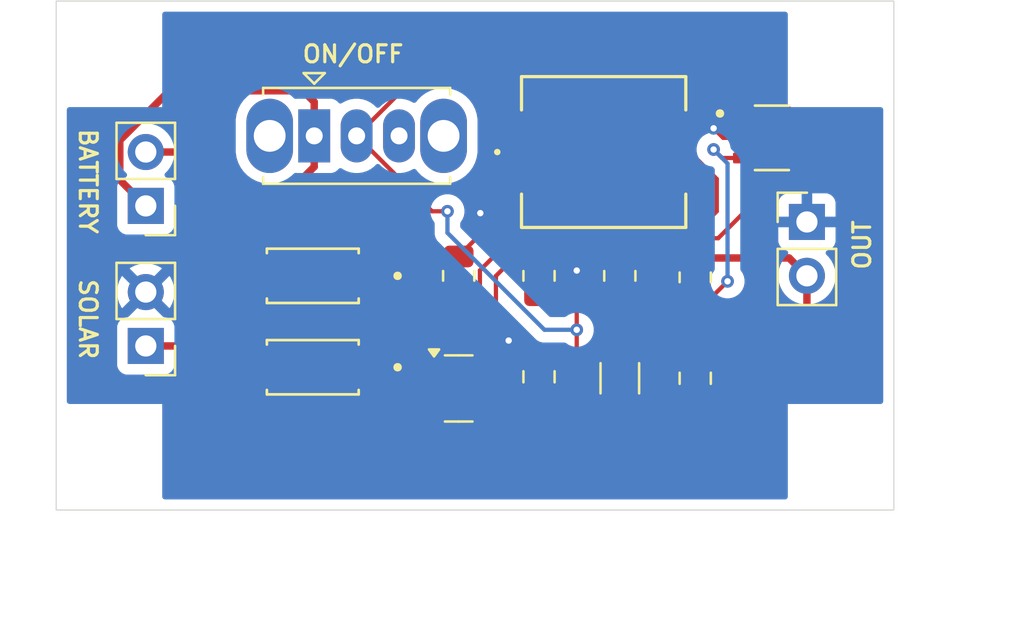
<source format=kicad_pcb>
(kicad_pcb (version 20241229) (generator "pcbnew") (generator_version "9.0")
  (layers (0 "F.Cu" signal) (2 "B.Cu" signal) (13 "F.Paste" user) (15 "B.Paste" user) (5 "F.SilkS" user "F.Silkscreen") (7 "B.SilkS" user "B.Silkscreen") (1 "F.Mask" user) (3 "B.Mask" user) (25 "Edge.Cuts" user))
  (net 0 "")
  (net 1 "Net-(SW1-B)")
  (net 2 "GNDD")
  (net 3 "/V_OUT")
  (net 4 "Net-(U1-FB)")
  (net 5 "Net-(U1-SW)")
  (net 6 "/SOLAR_+")
  (net 7 "/BATT_+")
  (net 8 "Net-(Q1-D)")
  (footprint "SS14:DIOM4325X250N" (layer "F.Cu") (at 143.1 99.457 180)
    (property "Reference" "D2" (hide yes))
    (property "Value" "SS14")
    (fp_line (start 2.165 1.28) (end 2.165 1.07) (stroke (width 0.127)) (layer "F.SilkS"))
    (fp_line (start 2.165 -1.07) (end 2.165 -1.28) (stroke (width 0.127)) (layer "F.SilkS"))
    (fp_line (start 2.165 -1.28) (end -2.165 -1.28) (stroke (width 0.127)) (layer "F.SilkS"))
    (fp_line (start -2.165 1.28) (end 2.165 1.28) (stroke (width 0.127)) (layer "F.SilkS"))
    (fp_line (start -2.165 1.28) (end -2.165 1.07) (stroke (width 0.127)) (layer "F.SilkS"))
    (fp_line (start -2.165 -1.28) (end -2.165 -1.07) (stroke (width 0.127)) (layer "F.SilkS"))
    (fp_circle (center -4 0) (end -3.9 0) (stroke (width 0.2)) (fill no) (layer "F.SilkS"))
    (pad "A" smd rect (at 2.115 0 180) (size 2.12 1.5) (layers "F.Cu" "F.Mask" "F.Paste") (net 6 "/SOLAR_+"))
    (pad "C" smd rect (at -2.115 0 180) (size 2.12 1.5) (layers "F.Cu" "F.Mask" "F.Paste") (net 7 "/BATT_+"))
  )
  (footprint "Button_Switch_THT:SW_Slide_SPDT_Straight_CK_OS102011MS2Q" (layer "F.Cu") (at 143.168 92.857)
    (property "Reference" "SW1" (hide yes))
    (property "Value" "SW_SPDT" (hide yes))
    (property "Función" "ON/OFF" (at 1.832 -3.857 0) (layer "F.SilkS") (effects (font (size 0.8 0.8))))
    (fp_line (start -2.41 -2.26) (end 6.41 -2.26) (stroke (width 0.12)) (layer "F.SilkS"))
    (fp_line (start -2.41 -1.95) (end -2.41 -2.26) (stroke (width 0.12)) (layer "F.SilkS"))
    (fp_line (start -2.41 2.26) (end -2.41 1.95) (stroke (width 0.12)) (layer "F.SilkS"))
    (fp_line (start -0.5 -2.96) (end 0 -2.46) (stroke (width 0.12)) (layer "F.SilkS"))
    (fp_line (start 0 -2.46) (end 0.5 -2.96) (stroke (width 0.12)) (layer "F.SilkS"))
    (fp_line (start 0.5 -2.96) (end -0.5 -2.96) (stroke (width 0.12)) (layer "F.SilkS"))
    (fp_line (start 6.41 -2.26) (end 6.41 -1.95) (stroke (width 0.12)) (layer "F.SilkS"))
    (fp_line (start 6.41 2.26) (end -2.41 2.26) (stroke (width 0.12)) (layer "F.SilkS"))
    (fp_line (start 6.41 2.26) (end 6.41 1.95) (stroke (width 0.12)) (layer "F.SilkS"))
    (pad "" thru_hole oval (at -2.1 0) (size 2.2 3.5) (drill 1.5) (layers "*.Cu" "*.Mask"))
    (pad "" thru_hole oval (at 6.1 0) (size 2.2 3.5) (drill 1.5) (layers "*.Cu" "*.Mask"))
    (pad "1" thru_hole rect (at 0 0) (size 1.5 2.5) (drill 0.8) (layers "*.Cu" "*.Mask") (net 7 "/BATT_+"))
    (pad "2" thru_hole oval (at 2 0) (size 1.5 2.5) (drill 0.8) (layers "*.Cu" "*.Mask") (net 1 "Net-(SW1-B)"))
    (pad "3" thru_hole oval (at 4 0) (size 1.5 2.5) (drill 0.8) (layers "*.Cu" "*.Mask"))
  )
  (footprint "Connector_PinHeader_2.54mm:PinHeader_1x02_P2.54mm_Vertical" (layer "F.Cu") (at 166.401 96.916)
    (property "Reference" "J1" (hide yes))
    (property "Value" "Conn_01x02_Pin")
    (property "Función" "OUT" (at 2.599 1.084 90) (layer "F.SilkS") (effects (font (size 0.8 0.8))))
    (fp_line (start -1.38 -1.38) (end 0 -1.38) (stroke (width 0.12)) (layer "F.SilkS"))
    (fp_line (start -1.38 0) (end -1.38 -1.38) (stroke (width 0.12)) (layer "F.SilkS"))
    (fp_line (start -1.38 1.27) (end -1.38 3.92) (stroke (width 0.12)) (layer "F.SilkS"))
    (fp_line (start -1.38 1.27) (end 1.38 1.27) (stroke (width 0.12)) (layer "F.SilkS"))
    (fp_line (start -1.38 3.92) (end 1.38 3.92) (stroke (width 0.12)) (layer "F.SilkS"))
    (fp_line (start 1.38 1.27) (end 1.38 3.92) (stroke (width 0.12)) (layer "F.SilkS"))
    (pad "1" thru_hole rect (at 0 0) (size 1.7 1.7) (drill 1) (layers "*.Cu" "*.Mask") (net 2 "GNDD"))
    (pad "2" thru_hole circle (at 0 2.54) (size 1.7 1.7) (drill 1) (layers "*.Cu" "*.Mask") (net 3 "/V_OUT"))
  )
  (footprint "Connector_PinHeader_2.54mm:PinHeader_1x02_P2.54mm_Vertical" (layer "F.Cu") (at 135.226 102.763 180)
    (property "Reference" "J3" (hide yes))
    (property "Value" "Conn_01x02_Pin")
    (property "Function" "SOLAR" (at 2.726 1.263 270) (layer "F.SilkS") (effects (font (size 0.8 0.8))))
    (fp_line (start 1.38 1.27) (end 1.38 3.92) (stroke (width 0.12)) (layer "F.SilkS"))
    (fp_line (start -1.38 3.92) (end 1.38 3.92) (stroke (width 0.12)) (layer "F.SilkS"))
    (fp_line (start -1.38 1.27) (end 1.38 1.27) (stroke (width 0.12)) (layer "F.SilkS"))
    (fp_line (start -1.38 1.27) (end -1.38 3.92) (stroke (width 0.12)) (layer "F.SilkS"))
    (fp_line (start -1.38 0) (end -1.38 -1.38) (stroke (width 0.12)) (layer "F.SilkS"))
    (fp_line (start -1.38 -1.38) (end 0 -1.38) (stroke (width 0.12)) (layer "F.SilkS"))
    (pad "1" thru_hole rect (at 0 0 180) (size 1.7 1.7) (drill 1) (layers "*.Cu" "*.Mask") (net 6 "/SOLAR_+"))
    (pad "2" thru_hole circle (at 0 2.54 180) (size 1.7 1.7) (drill 1) (layers "*.Cu" "*.Mask") (net 2 "GNDD"))
  )
  (footprint "Connector_PinHeader_2.54mm:PinHeader_1x02_P2.54mm_Vertical" (layer "F.Cu") (at 135.226 96.159 180)
    (property "Reference" "J2" (hide yes))
    (property "Value" "Conn_01x02_Pin")
    (property "Función" "BATTERY" (at 2.726 1.159 270) (layer "F.SilkS") (effects (font (size 0.8 0.8))))
    (fp_line (start 1.38 1.27) (end 1.38 3.92) (stroke (width 0.12)) (layer "F.SilkS"))
    (fp_line (start -1.38 3.92) (end 1.38 3.92) (stroke (width 0.12)) (layer "F.SilkS"))
    (fp_line (start -1.38 1.27) (end 1.38 1.27) (stroke (width 0.12)) (layer "F.SilkS"))
    (fp_line (start -1.38 1.27) (end -1.38 3.92) (stroke (width 0.12)) (layer "F.SilkS"))
    (fp_line (start -1.38 0) (end -1.38 -1.38) (stroke (width 0.12)) (layer "F.SilkS"))
    (fp_line (start -1.38 -1.38) (end 0 -1.38) (stroke (width 0.12)) (layer "F.SilkS"))
    (pad "1" thru_hole rect (at 0 0 180) (size 1.7 1.7) (drill 1) (layers "*.Cu" "*.Mask") (net 7 "/BATT_+"))
    (pad "2" thru_hole circle (at 0 2.54 180) (size 1.7 1.7) (drill 1) (layers "*.Cu" "*.Mask") (net 6 "/SOLAR_+"))
  )
  (footprint "Resistor_SMD:R_0805_2012Metric" (layer "F.Cu") (at 157.578 99.457 90)
    (property "Reference" "R2" (hide yes))
    (property "Value" "604 kOhm, 1%")
    (fp_line (start -0.227064 -0.735) (end 0.227064 -0.735) (stroke (width 0.12)) (layer "F.SilkS"))
    (fp_line (start -0.227064 0.735) (end 0.227064 0.735) (stroke (width 0.12)) (layer "F.SilkS"))
    (pad "1" smd roundrect (at -0.9125 0 90) (size 1.025 1.4) (layers "F.Cu" "F.Mask" "F.Paste") (roundrect_rratio 0.243902) (net 4 "Net-(U1-FB)"))
    (pad "2" smd roundrect (at 0.9125 0 90) (size 1.025 1.4) (layers "F.Cu" "F.Mask" "F.Paste") (roundrect_rratio 0.243902) (net 2 "GNDD"))
  )
  (footprint "AP3015AKTR-G1:SOT95P280X145-5N" (layer "F.Cu") (at 164.75 92.95)
    (property "Reference" "U1" (hide yes))
    (property "Value" "AP3015AKTR-G1")
    (fp_line (start -0.8 -1.52) (end 0.8 -1.52) (stroke (width 0.127)) (layer "F.SilkS"))
    (fp_line (start -0.8 1.52) (end 0.8 1.52) (stroke (width 0.127)) (layer "F.SilkS"))
    (fp_circle (center -2.45 -1.15) (end -2.35 -1.15) (stroke (width 0.2)) (fill no) (layer "F.SilkS"))
    (pad "1" smd roundrect (at -1.25 -0.95) (size 1.17 0.51) (layers "F.Cu" "F.Mask" "F.Paste") (roundrect_rratio 0.125) (net 5 "Net-(U1-SW)"))
    (pad "2" smd roundrect (at -1.25 0) (size 1.17 0.51) (layers "F.Cu" "F.Mask" "F.Paste") (roundrect_rratio 0.125) (net 2 "GNDD"))
    (pad "3" smd roundrect (at -1.25 0.95) (size 1.17 0.51) (layers "F.Cu" "F.Mask" "F.Paste") (roundrect_rratio 0.125) (net 4 "Net-(U1-FB)"))
    (pad "4" smd roundrect (at 1.25 0.95) (size 1.17 0.51) (layers "F.Cu" "F.Mask" "F.Paste") (roundrect_rratio 0.125) (net 8 "Net-(Q1-D)"))
    (pad "5" smd roundrect (at 1.25 -0.95) (size 1.17 0.51) (layers "F.Cu" "F.Mask" "F.Paste") (roundrect_rratio 0.125) (net 1 "Net-(SW1-B)"))
  )
  (footprint "ScrewHoles:MountingHole_1.8mm" (layer "F.Cu") (at 133.5 89)
    (property "Reference" "H1" (hide yes))
    (property "Value" "MountingHole")
    (pad "" np_thru_hole circle (at 0 0) (size 1.8 1.8) (drill 1.8) (layers "*.Cu" "*.Mask"))
  )
  (footprint "Resistor_SMD:R_0805_2012Metric" (layer "F.Cu") (at 161.134 99.527 -90)
    (property "Reference" "R1" (hide yes))
    (property "Value" "1 MOhm")
    (fp_line (start -0.227064 0.735) (end 0.227064 0.735) (stroke (width 0.12)) (layer "F.SilkS"))
    (fp_line (start -0.227064 -0.735) (end 0.227064 -0.735) (stroke (width 0.12)) (layer "F.SilkS"))
    (pad "1" smd roundrect (at -0.9125 0 270) (size 1.025 1.4) (layers "F.Cu" "F.Mask" "F.Paste") (roundrect_rratio 0.243902) (net 3 "/V_OUT"))
    (pad "2" smd roundrect (at 0.9125 0 270) (size 1.025 1.4) (layers "F.Cu" "F.Mask" "F.Paste") (roundrect_rratio 0.243902) (net 4 "Net-(U1-FB)"))
  )
  (footprint "Capacitor_SMD:C_1206_3216Metric" (layer "F.Cu") (at 157.578 104.287 90)
    (property "Reference" "C2" (hide yes))
    (property "Value" "22 uF, 10 V, X7R, (1206)")
    (fp_line (start -0.711252 -0.91) (end 0.711252 -0.91) (stroke (width 0.12)) (layer "F.SilkS"))
    (fp_line (start -0.711252 0.91) (end 0.711252 0.91) (stroke (width 0.12)) (layer "F.SilkS"))
    (pad "1" smd roundrect (at -1.475 0 90) (size 1.15 1.8) (layers "F.Cu" "F.Mask" "F.Paste") (roundrect_rratio 0.217391) (net 3 "/V_OUT"))
    (pad "2" smd roundrect (at 1.475 0 90) (size 1.15 1.8) (layers "F.Cu" "F.Mask" "F.Paste") (roundrect_rratio 0.217391) (net 2 "GNDD"))
  )
  (footprint "ScrewHoles:MountingHole_1.8mm" (layer "F.Cu") (at 168 108)
    (property "Reference" "H4" (hide yes))
    (property "Value" "MountingHole")
    (pad "" np_thru_hole circle (at 0 0) (size 1.8 1.8) (drill 1.8) (layers "*.Cu" "*.Mask"))
  )
  (footprint "IND_ASPI-0630LR_ABR-L:IND_ASPI-0630LR_ABR" (layer "F.Cu") (at 156.816 93.619)
    (property "Reference" "L1" (hide yes))
    (property "Value" "ASPI-0630LR-100M-T15")
    (fp_line (start -3.8735 -3.556) (end -3.8735 -1.98374) (stroke (width 0.1524)) (layer "F.SilkS"))
    (fp_line (start -3.8735 1.98374) (end -3.8735 3.556) (stroke (width 0.1524)) (layer "F.SilkS"))
    (fp_line (start -3.8735 3.556) (end 3.8735 3.556) (stroke (width 0.1524)) (layer "F.SilkS"))
    (fp_line (start 3.8735 -3.556) (end -3.8735 -3.556) (stroke (width 0.1524)) (layer "F.SilkS"))
    (fp_line (start 3.8735 -1.98374) (end 3.8735 -3.556) (stroke (width 0.1524)) (layer "F.SilkS"))
    (fp_line (start 3.8735 3.556) (end 3.8735 1.98374) (stroke (width 0.1524)) (layer "F.SilkS"))
    (fp_circle (center -5.0165 0) (end -4.9403 0) (stroke (width 0.1524)) (fill no) (layer "F.SilkS"))
    (pad "1" smd rect (at -2.5654 0 90) (size 3.302 2.667) (layers "F.Cu" "F.Mask" "F.Paste") (net 1 "Net-(SW1-B)"))
    (pad "2" smd rect (at 2.5654 0 90) (size 3.302 2.667) (layers "F.Cu" "F.Mask" "F.Paste") (net 5 "Net-(U1-SW)"))
  )
  (footprint "Capacitor_SMD:C_0805_2012Metric" (layer "F.Cu") (at 153.768 104.217 90)
    (property "Reference" "C1" (hide yes))
    (property "Value" "4.7 uF, 50 V, X7R, (0805)")
    (fp_line (start -0.261252 -0.735) (end 0.261252 -0.735) (stroke (width 0.12)) (layer "F.SilkS"))
    (fp_line (start -0.261252 0.735) (end 0.261252 0.735) (stroke (width 0.12)) (layer "F.SilkS"))
    (pad "1" smd roundrect (at -0.95 0 90) (size 1 1.45) (layers "F.Cu" "F.Mask" "F.Paste") (net 1 "Net-(SW1-B)"))
    (pad "2" smd roundrect (at 0.95 0 90) (size 1 1.45) (layers "F.Cu" "F.Mask" "F.Paste") (net 2 "GNDD"))
  )
  (footprint "Capacitor_SMD:C_0805_2012Metric" (layer "F.Cu") (at 161.134 104.287 90)
    (property "Reference" "C3" (hide yes))
    (property "Value" "10 pF, 50 V, X7R, (0805)")
    (fp_line (start -0.261252 -0.735) (end 0.261252 -0.735) (stroke (width 0.12)) (layer "F.SilkS"))
    (fp_line (start -0.261252 0.735) (end 0.261252 0.735) (stroke (width 0.12)) (layer "F.SilkS"))
    (pad "1" smd roundrect (at -0.95 0 90) (size 1 1.45) (layers "F.Cu" "F.Mask" "F.Paste") (net 3 "/V_OUT"))
    (pad "2" smd roundrect (at 0.95 0 90) (size 1 1.45) (layers "F.Cu" "F.Mask" "F.Paste") (net 4 "Net-(U1-FB)"))
  )
  (footprint "SS14:DIOM4325X250N" (layer "F.Cu") (at 143.1 103.767 180)
    (property "Reference" "D1" (hide yes))
    (property "Value" "SS14")
    (fp_line (start 2.165 1.28) (end 2.165 1.07) (stroke (width 0.127)) (layer "F.SilkS"))
    (fp_line (start 2.165 -1.07) (end 2.165 -1.28) (stroke (width 0.127)) (layer "F.SilkS"))
    (fp_line (start 2.165 -1.28) (end -2.165 -1.28) (stroke (width 0.127)) (layer "F.SilkS"))
    (fp_line (start -2.165 1.28) (end 2.165 1.28) (stroke (width 0.127)) (layer "F.SilkS"))
    (fp_line (start -2.165 1.28) (end -2.165 1.07) (stroke (width 0.127)) (layer "F.SilkS"))
    (fp_line (start -2.165 -1.28) (end -2.165 -1.07) (stroke (width 0.127)) (layer "F.SilkS"))
    (fp_circle (center -4 0) (end -3.9 0) (stroke (width 0.2)) (fill no) (layer "F.SilkS"))
    (pad "A" smd rect (at 2.115 0 180) (size 2.12 1.5) (layers "F.Cu" "F.Mask" "F.Paste") (net 5 "Net-(U1-SW)"))
    (pad "C" smd rect (at -2.115 0 180) (size 2.12 1.5) (layers "F.Cu" "F.Mask" "F.Paste") (net 3 "/V_OUT"))
  )
  (footprint "ScrewHoles:MountingHole_1.8mm" (layer "F.Cu") (at 133.5 108)
    (property "Reference" "H3" (hide yes))
    (property "Value" "MountingHole")
    (pad "" np_thru_hole circle (at 0 0) (size 1.8 1.8) (drill 1.8) (layers "*.Cu" "*.Mask"))
  )
  (footprint "Resistor_SMD:R_0805_2012Metric" (layer "F.Cu") (at 149.98 99.457 90)
    (property "Reference" "R4" (hide yes))
    (property "Value" "1 MOhm")
    (fp_line (start -0.227064 -0.735) (end 0.227064 -0.735) (stroke (width 0.12)) (layer "F.SilkS"))
    (fp_line (start -0.227064 0.735) (end 0.227064 0.735) (stroke (width 0.12)) (layer "F.SilkS"))
    (pad "1" smd roundrect (at -0.9125 0 90) (size 1.025 1.4) (layers "F.Cu" "F.Mask" "F.Paste") (roundrect_rratio 0.243902) (net 6 "/SOLAR_+"))
    (pad "2" smd roundrect (at 0.9125 0 90) (size 1.025 1.4) (layers "F.Cu" "F.Mask" "F.Paste") (roundrect_rratio 0.243902) (net 2 "GNDD"))
  )
  (footprint "Resistor_SMD:R_0805_2012Metric" (layer "F.Cu") (at 153.768 99.457 90)
    (property "Reference" "R3" (hide yes))
    (property "Value" "10 kOhm")
    (fp_line (start -0.227064 -0.735) (end 0.227064 -0.735) (stroke (width 0.12)) (layer "F.SilkS"))
    (fp_line (start -0.227064 0.735) (end 0.227064 0.735) (stroke (width 0.12)) (layer "F.SilkS"))
    (pad "1" smd roundrect (at -0.9125 0 90) (size 1.025 1.4) (layers "F.Cu" "F.Mask" "F.Paste") (roundrect_rratio 0.243902) (net 1 "Net-(SW1-B)"))
    (pad "2" smd roundrect (at 0.9125 0 90) (size 1.025 1.4) (layers "F.Cu" "F.Mask" "F.Paste") (roundrect_rratio 0.243902) (net 8 "Net-(Q1-D)"))
  )
  (footprint "ScrewHoles:MountingHole_1.8mm" (layer "F.Cu") (at 168 89)
    (property "Reference" "H2" (hide yes))
    (property "Value" "MountingHole")
    (pad "" np_thru_hole circle (at 0 0) (size 1.8 1.8) (drill 1.8) (layers "*.Cu" "*.Mask"))
  )
  (footprint "Package_TO_SOT_SMD:SOT-23" (layer "F.Cu") (at 149.98 104.767)
    (property "Reference" "Q1" (hide yes))
    (property "Value" "2N7002")
    (fp_line (start 0 -1.56) (end -0.65 -1.56) (stroke (width 0.12)) (layer "F.SilkS"))
    (fp_line (start 0 -1.56) (end 0.65 -1.56) (stroke (width 0.12)) (layer "F.SilkS"))
    (fp_line (start 0 1.56) (end -0.65 1.56) (stroke (width 0.12)) (layer "F.SilkS"))
    (fp_line (start 0 1.56) (end 0.65 1.56) (stroke (width 0.12)) (layer "F.SilkS"))
    (fp_poly (pts (xy -1.1625 -1.51) (xy -1.4025 -1.84) (xy -0.9225 -1.84)) (stroke (width 0.12)) (fill yes) (layer "F.SilkS"))
    (pad "1" smd roundrect (at -0.9375 -0.95) (size 1.475 0.6) (layers "F.Cu" "F.Mask" "F.Paste") (net 6 "/SOLAR_+"))
    (pad "2" smd roundrect (at -0.9375 0.95) (size 1.475 0.6) (layers "F.Cu" "F.Mask" "F.Paste") (net 2 "GNDD"))
    (pad "3" smd roundrect (at 0.9375 0) (size 1.475 0.6) (layers "F.Cu" "F.Mask" "F.Paste") (net 8 "Net-(Q1-D)"))
  )
  (gr_rect (start 131 86.5) (end 170.5 110.5) (stroke (width 0.05)) (fill no) (layer "Edge.Cuts"))
  (segment (start 154.2506 93.619) (end 150.5336 89.902) (width 0.2) (layer "F.Cu") (net 1))
  (segment (start 153.768 105.167) (end 155.174 105.167) (width 0.2) (layer "F.Cu") (net 1))
  (segment (start 163.902 89.902) (end 150.5336 89.902) (width 0.2) (layer "F.Cu") (net 1))
  (segment (start 145.168 92.857) (end 148.724 96.413) (width 0.2) (layer "F.Cu") (net 1))
  (segment (start 148.724 96.413) (end 149.45 96.413) (width 0.2) (layer "F.Cu") (net 1))
  (segment (start 155.546 102.001) (end 155.546 100.985) (width 0.2) (layer "F.Cu") (net 1))
  (segment (start 166 92) (end 163.902 89.902) (width 0.2) (layer "F.Cu") (net 1))
  (segment (start 155.546 104.795) (end 155.546 102.001) (width 0.2) (layer "F.Cu") (net 1))
  (segment (start 155.546 100.985) (end 154.9305 100.3695) (width 0.2) (layer "F.Cu") (net 1))
  (segment (start 154.9305 100.3695) (end 153.768 100.3695) (width 0.2) (layer "F.Cu") (net 1))
  (segment (start 150.5336 89.902) (end 148.123 89.902) (width 0.2) (layer "F.Cu") (net 1))
  (segment (start 148.123 89.902) (end 145.168 92.857) (width 0.2) (layer "F.Cu") (net 1))
  (segment (start 155.174 105.167) (end 155.546 104.795) (width 0.2) (layer "F.Cu") (net 1))
  (via (at 155.546 102.001) (size 0.6) (drill 0.3) (layers "F.Cu" "B.Cu") (net 1))
  (via (at 149.45 96.413) (size 0.6) (drill 0.3) (layers "F.Cu" "B.Cu") (net 1))
  (segment (start 149.45 97.429) (end 154.022 102.001) (width 0.2) (layer "B.Cu") (net 1))
  (segment (start 154.022 102.001) (end 155.546 102.001) (width 0.2) (layer "B.Cu") (net 1))
  (segment (start 149.45 96.413) (end 149.45 97.429) (width 0.2) (layer "B.Cu") (net 1))
  (segment (start 162.45 92.95) (end 163.5 92.95) (width 0.2) (layer "F.Cu") (net 2))
  (segment (start 152.244 105.303) (end 152.244 102.601) (width 0.2) (layer "F.Cu") (net 2))
  (segment (start 157.578 98.5445) (end 156.2085 98.5445) (width 0.2) (layer "F.Cu") (net 2))
  (segment (start 153.01 102.509) (end 153.768 103.267) (width 0.2) (layer "F.Cu") (net 2))
  (segment (start 149.0425 105.717) (end 151.83 105.717) (width 0.2) (layer "F.Cu") (net 2))
  (segment (start 152.336 102.509) (end 153.01 102.509) (width 0.2) (layer "F.Cu") (net 2))
  (segment (start 155.546 100.205) (end 155.546 99.207) (width 0.2) (layer "F.Cu") (net 2))
  (segment (start 151.83 105.717) (end 152.244 105.303) (width 0.2) (layer "F.Cu") (net 2))
  (segment (start 162 92.5) (end 162.45 92.95) (width 0.2) (layer "F.Cu") (net 2))
  (segment (start 149.98 98.52) (end 151 97.5) (width 0.2) (layer "F.Cu") (net 2))
  (segment (start 156.2085 98.5445) (end 155.546 99.207) (width 0.2) (layer "F.Cu") (net 2))
  (segment (start 151 97.5) (end 151 96.5) (width 0.2) (layer "F.Cu") (net 2))
  (segment (start 157.578 102.812) (end 157.578 102.237) (width 0.2) (layer "F.Cu") (net 2))
  (segment (start 149.98 98.5445) (end 149.98 98.52) (width 0.2) (layer "F.Cu") (net 2))
  (segment (start 157.578 102.237) (end 155.546 100.205) (width 0.2) (layer "F.Cu") (net 2))
  (segment (start 152.244 102.601) (end 152.336 102.509) (width 0.2) (layer "F.Cu") (net 2))
  (via (at 151 96.5) (size 0.6) (drill 0.3) (layers "F.Cu" "B.Cu") (net 2))
  (via (at 152.336 102.509) (size 0.6) (drill 0.3) (layers "F.Cu" "B.Cu") (net 2))
  (via (at 162 92.5) (size 0.6) (drill 0.3) (layers "F.Cu" "B.Cu") (net 2))
  (via (at 155.546 99.207) (size 0.6) (drill 0.3) (layers "F.Cu" "B.Cu") (net 2))
  (segment (start 161.134 98.6145) (end 165.5595 98.6145) (width 0.35) (layer "F.Cu") (net 3))
  (segment (start 160.863 105.762) (end 161.388 105.237) (width 0.35) (layer "F.Cu") (net 3))
  (segment (start 157.578 105.762) (end 156.947 106.393) (width 0.35) (layer "F.Cu") (net 3))
  (segment (start 164.502 105.237) (end 166.401 103.338) (width 0.35) (layer "F.Cu") (net 3))
  (segment (start 157.578 105.762) (end 160.863 105.762) (width 0.35) (layer "F.Cu") (net 3))
  (segment (start 147.841 106.393) (end 145.215 103.767) (width 0.35) (layer "F.Cu") (net 3))
  (segment (start 166.401 103.338) (end 166.401 99.456) (width 0.35) (layer "F.Cu") (net 3))
  (segment (start 156.947 106.393) (end 147.841 106.393) (width 0.35) (layer "F.Cu") (net 3))
  (segment (start 161.388 105.237) (end 164.502 105.237) (width 0.35) (layer "F.Cu") (net 3))
  (segment (start 165.5595 98.6145) (end 166.401 99.456) (width 0.35) (layer "F.Cu") (net 3))
  (segment (start 161.134 100.4395) (end 161.134 103.337) (width 0.2) (layer "F.Cu") (net 4))
  (segment (start 161.9335 100.4395) (end 162.658 99.715) (width 0.2) (layer "F.Cu") (net 4))
  (segment (start 161.134 100.4395) (end 161.9335 100.4395) (width 0.2) (layer "F.Cu") (net 4))
  (segment (start 163.5 93.9) (end 162.4 93.9) (width 0.2) (layer "F.Cu") (net 4))
  (segment (start 162.4 93.9) (end 162 93.5) (width 0.2) (layer "F.Cu") (net 4))
  (segment (start 157.578 100.3695) (end 161.318 100.3695) (width 0.2) (layer "F.Cu") (net 4))
  (segment (start 161.318 100.3695) (end 161.388 100.4395) (width 0.2) (layer "F.Cu") (net 4))
  (via (at 162 93.5) (size 0.6) (drill 0.3) (layers "F.Cu" "B.Cu") (net 4))
  (via (at 162.658 99.715) (size 0.6) (drill 0.3) (layers "F.Cu" "B.Cu") (net 4))
  (segment (start 162.658 99.715) (end 162.658 94.158) (width 0.2) (layer "B.Cu") (net 4))
  (segment (start 162.658 94.158) (end 162 93.5) (width 0.2) (layer "B.Cu") (net 4))
  (segment (start 163.5 91.5) (end 163 91) (width 0.2) (layer "F.Cu") (net 5))
  (segment (start 142.036 102.716) (end 146.562032 102.716) (width 0.2) (layer "F.Cu") (net 5))
  (segment (start 163.5 92) (end 163.5 91.5) (width 0.2) (layer "F.Cu") (net 5))
  (segment (start 150.981 99.2) (end 153.006 97.175) (width 0.2) (layer "F.Cu") (net 5))
  (segment (start 162.0004 91) (end 159.3814 93.619) (width 0.2) (layer "F.Cu") (net 5))
  (segment (start 146.562032 102.716) (end 148.264032 104.418) (width 0.2) (layer "F.Cu") (net 5))
  (segment (start 162.15 94.889) (end 160.88 93.619) (width 0.2) (layer "F.Cu") (net 5))
  (segment (start 140.985 103.767) (end 142.036 102.716) (width 0.2) (layer "F.Cu") (net 5))
  (segment (start 161.388 97.175) (end 162.15 96.413) (width 0.2) (layer "F.Cu") (net 5))
  (segment (start 148.264032 104.418) (end 149.820968 104.418) (width 0.2) (layer "F.Cu") (net 5))
  (segment (start 153.006 97.175) (end 161.388 97.175) (width 0.2) (layer "F.Cu") (net 5))
  (segment (start 162.15 96.413) (end 162.15 94.889) (width 0.2) (layer "F.Cu") (net 5))
  (segment (start 149.820968 104.418) (end 150.981 103.257968) (width 0.2) (layer "F.Cu") (net 5))
  (segment (start 160.88 93.619) (end 159.3814 93.619) (width 0.2) (layer "F.Cu") (net 5))
  (segment (start 163 91) (end 162.0004 91) (width 0.2) (layer "F.Cu") (net 5))
  (segment (start 150.981 103.257968) (end 150.981 99.2) (width 0.2) (layer "F.Cu") (net 5))
  (segment (start 139.294 99.457) (end 140.985 99.457) (width 0.35) (layer "F.Cu") (net 6))
  (segment (start 135.226 93.619) (end 138.02 93.619) (width 0.35) (layer "F.Cu") (net 6))
  (segment (start 135.226 102.763) (end 137.679 102.763) (width 0.35) (layer "F.Cu") (net 6))
  (segment (start 149.98 102.8795) (end 149.98 100.3695) (width 0.35) (layer "F.Cu") (net 6))
  (segment (start 149.98 100.3695) (end 148.8565 101.493) (width 0.35) (layer "F.Cu") (net 6))
  (segment (start 148.8565 101.493) (end 143.021 101.493) (width 0.35) (layer "F.Cu") (net 6))
  (segment (start 139.29 99.461) (end 139.294 99.457) (width 0.35) (layer "F.Cu") (net 6))
  (segment (start 138.02 93.619) (end 138.782 94.381) (width 0.35) (layer "F.Cu") (net 6))
  (segment (start 143.021 101.493) (end 140.985 99.457) (width 0.35) (layer "F.Cu") (net 6))
  (segment (start 149.0425 103.817) (end 149.98 102.8795) (width 0.35) (layer "F.Cu") (net 6))
  (segment (start 138.782 94.381) (end 138.782 98.953) (width 0.35) (layer "F.Cu") (net 6))
  (segment (start 138.782 98.953) (end 139.29 99.461) (width 0.35) (layer "F.Cu") (net 6))
  (segment (start 137.679 102.763) (end 140.985 99.457) (width 0.35) (layer "F.Cu") (net 6))
  (segment (start 143.858 99.457) (end 145.215 99.457) (width 0.35) (layer "F.Cu") (net 7))
  (segment (start 141.576 97.175) (end 143.858 99.457) (width 0.35) (layer "F.Cu") (net 7))
  (segment (start 143.168 91.257) (end 143.168 92.857) (width 0.35) (layer "F.Cu") (net 7))
  (segment (start 134 93.067) (end 136.336 90.731) (width 0.35) (layer "F.Cu") (net 7))
  (segment (start 141.576 95.905) (end 141.576 97.175) (width 0.35) (layer "F.Cu") (net 7))
  (segment (start 136.336 90.731) (end 142.642 90.731) (width 0.35) (layer "F.Cu") (net 7))
  (segment (start 143.168 94.313) (end 141.576 95.905) (width 0.35) (layer "F.Cu") (net 7))
  (segment (start 143.168 92.857) (end 143.168 94.313) (width 0.35) (layer "F.Cu") (net 7))
  (segment (start 135.226 96.159) (end 134 94.933) (width 0.35) (layer "F.Cu") (net 7))
  (segment (start 134 94.933) (end 134 93.067) (width 0.35) (layer "F.Cu") (net 7))
  (segment (start 142.642 90.731) (end 143.168 91.257) (width 0.35) (layer "F.Cu") (net 7))
  (segment (start 154.6295 97.683) (end 153.768 98.5445) (width 0.2) (layer "F.Cu") (net 8))
  (segment (start 150.9175 104.767) (end 151.736 103.9485) (width 0.2) (layer "F.Cu") (net 8))
  (segment (start 166 93.9) (end 162.217 97.683) (width 0.2) (layer "F.Cu") (net 8))
  (segment (start 162.217 97.683) (end 154.6295 97.683) (width 0.2) (layer "F.Cu") (net 8))
  (segment (start 151.736 99.461) (end 152.6525 98.5445) (width 0.2) (layer "F.Cu") (net 8))
  (segment (start 152.6525 98.5445) (end 153.768 98.5445) (width 0.2) (layer "F.Cu") (net 8))
  (segment (start 151.736 103.9485) (end 151.736 99.461) (width 0.2) (layer "F.Cu") (net 8))
  (zone (net 2) (net_name "GNDD") (layer "B.Cu") (connect_pads (clearance 0.5)) (min_thickness 0.25) (fill yes (thermal_gap 0.5) (thermal_bridge_width 0.5))
    (polygon (pts (xy 131 91.5) (xy 136 91.5) (xy 136 86.5) (xy 165.5 86.5) (xy 165.5 91.5) (xy 170.5 91.5) (xy 170.5 105.5) (xy 165.5 105.5) (xy 165.5 110.5) (xy 136 110.5) (xy 136 105.5) (xy 131 105.5)))
  )
)
</source>
